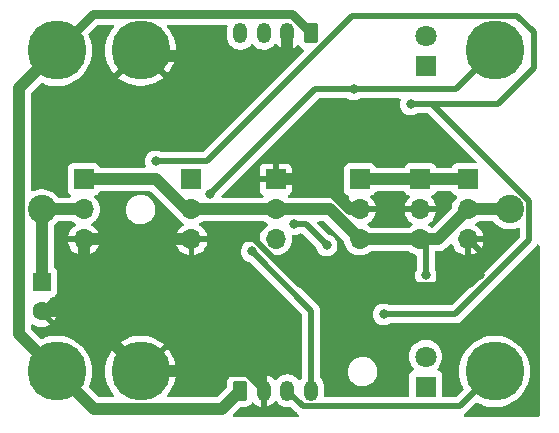
<source format=gtl>
G04 #@! TF.GenerationSoftware,KiCad,Pcbnew,7.0.10*
G04 #@! TF.CreationDate,2025-02-01T12:29:44+01:00*
G04 #@! TF.ProjectId,Multi Sensor Board,4d756c74-6920-4536-956e-736f7220426f,rev?*
G04 #@! TF.SameCoordinates,Original*
G04 #@! TF.FileFunction,Copper,L1,Top*
G04 #@! TF.FilePolarity,Positive*
%FSLAX46Y46*%
G04 Gerber Fmt 4.6, Leading zero omitted, Abs format (unit mm)*
G04 Created by KiCad (PCBNEW 7.0.10) date 2025-02-01 12:29:44*
%MOMM*%
%LPD*%
G01*
G04 APERTURE LIST*
G04 Aperture macros list*
%AMRoundRect*
0 Rectangle with rounded corners*
0 $1 Rounding radius*
0 $2 $3 $4 $5 $6 $7 $8 $9 X,Y pos of 4 corners*
0 Add a 4 corners polygon primitive as box body*
4,1,4,$2,$3,$4,$5,$6,$7,$8,$9,$2,$3,0*
0 Add four circle primitives for the rounded corners*
1,1,$1+$1,$2,$3*
1,1,$1+$1,$4,$5*
1,1,$1+$1,$6,$7*
1,1,$1+$1,$8,$9*
0 Add four rect primitives between the rounded corners*
20,1,$1+$1,$2,$3,$4,$5,0*
20,1,$1+$1,$4,$5,$6,$7,0*
20,1,$1+$1,$6,$7,$8,$9,0*
20,1,$1+$1,$8,$9,$2,$3,0*%
G04 Aperture macros list end*
G04 #@! TA.AperFunction,ComponentPad*
%ADD10C,5.000000*%
G04 #@! TD*
G04 #@! TA.AperFunction,ComponentPad*
%ADD11C,2.400000*%
G04 #@! TD*
G04 #@! TA.AperFunction,ComponentPad*
%ADD12R,1.700000X1.700000*%
G04 #@! TD*
G04 #@! TA.AperFunction,ComponentPad*
%ADD13O,1.700000X1.700000*%
G04 #@! TD*
G04 #@! TA.AperFunction,ComponentPad*
%ADD14RoundRect,0.250000X0.350000X0.625000X-0.350000X0.625000X-0.350000X-0.625000X0.350000X-0.625000X0*%
G04 #@! TD*
G04 #@! TA.AperFunction,ComponentPad*
%ADD15O,1.200000X1.750000*%
G04 #@! TD*
G04 #@! TA.AperFunction,ComponentPad*
%ADD16RoundRect,0.250000X-0.350000X-0.625000X0.350000X-0.625000X0.350000X0.625000X-0.350000X0.625000X0*%
G04 #@! TD*
G04 #@! TA.AperFunction,ComponentPad*
%ADD17R,1.800000X1.800000*%
G04 #@! TD*
G04 #@! TA.AperFunction,ComponentPad*
%ADD18C,1.800000*%
G04 #@! TD*
G04 #@! TA.AperFunction,ComponentPad*
%ADD19R,1.600000X1.600000*%
G04 #@! TD*
G04 #@! TA.AperFunction,ComponentPad*
%ADD20C,1.600000*%
G04 #@! TD*
G04 #@! TA.AperFunction,ViaPad*
%ADD21C,0.800000*%
G04 #@! TD*
G04 #@! TA.AperFunction,Conductor*
%ADD22C,0.500000*%
G04 #@! TD*
G04 #@! TA.AperFunction,Conductor*
%ADD23C,1.000000*%
G04 #@! TD*
G04 #@! TA.AperFunction,Conductor*
%ADD24C,0.750000*%
G04 #@! TD*
G04 APERTURE END LIST*
D10*
X161036000Y-83820000D03*
D11*
X162306000Y-97267000D03*
D12*
X142494000Y-94742000D03*
D13*
X142494000Y-97282000D03*
X142494000Y-99822000D03*
D12*
X149622000Y-94742000D03*
D13*
X149622000Y-97282000D03*
X149622000Y-99822000D03*
D12*
X135366000Y-94742000D03*
D13*
X135366000Y-97282000D03*
X135366000Y-99822000D03*
D11*
X122682000Y-97282000D03*
D10*
X131064000Y-110998000D03*
X131064000Y-83820000D03*
D12*
X158750000Y-94742000D03*
D13*
X158750000Y-97282000D03*
X158750000Y-99822000D03*
D10*
X123952000Y-83820000D03*
D14*
X145490475Y-82376000D03*
D15*
X143490475Y-82376000D03*
X141490475Y-82376000D03*
X139490475Y-82376000D03*
D12*
X154750000Y-94742000D03*
D13*
X154750000Y-97282000D03*
X154750000Y-99822000D03*
D10*
X123952000Y-110998000D03*
D16*
X139490475Y-112621129D03*
D15*
X141490475Y-112621129D03*
X143490475Y-112621129D03*
X145490475Y-112621129D03*
D12*
X126238000Y-94742000D03*
D13*
X126238000Y-97282000D03*
X126238000Y-99822000D03*
D17*
X155194000Y-85095000D03*
D18*
X155194000Y-82555000D03*
D17*
X155194000Y-112273000D03*
D18*
X155194000Y-109733000D03*
D10*
X161036000Y-110998000D03*
D19*
X122682000Y-103418000D03*
D20*
X122682000Y-105918000D03*
D21*
X159766000Y-102870000D03*
X132334000Y-93218000D03*
X151638000Y-106172000D03*
X153924000Y-88392000D03*
X155194000Y-102870000D03*
X144018000Y-98552000D03*
X146812000Y-100330000D03*
X136906000Y-96012000D03*
X149098000Y-87122000D03*
X140462000Y-100838000D03*
D22*
X144546082Y-103720000D02*
X158916000Y-103720000D01*
D23*
X126238000Y-99822000D02*
X126238000Y-103493370D01*
D22*
X158750000Y-99822000D02*
X159766000Y-100838000D01*
D23*
X143490475Y-82376000D02*
X143490475Y-83701000D01*
X140192776Y-110998000D02*
X141490475Y-112295699D01*
X146239056Y-94742000D02*
X142494000Y-94742000D01*
D22*
X159766000Y-100838000D02*
X159766000Y-102870000D01*
D23*
X135366000Y-99822000D02*
X126238000Y-99822000D01*
X143490475Y-83701000D02*
X142863475Y-84328000D01*
X131572000Y-84328000D02*
X131064000Y-83820000D01*
X125984000Y-105918000D02*
X131064000Y-110998000D01*
D22*
X140648082Y-99822000D02*
X144546082Y-103720000D01*
X158916000Y-103720000D02*
X159766000Y-102870000D01*
D23*
X123813370Y-105918000D02*
X122682000Y-105918000D01*
X148779056Y-97282000D02*
X146239056Y-94742000D01*
X126238000Y-103493370D02*
X123813370Y-105918000D01*
X141490475Y-112295699D02*
X141490475Y-112621129D01*
X142863475Y-84328000D02*
X131572000Y-84328000D01*
X131064000Y-110998000D02*
X140192776Y-110998000D01*
X149622000Y-97282000D02*
X148779056Y-97282000D01*
X122682000Y-105918000D02*
X125984000Y-105918000D01*
D22*
X135366000Y-99822000D02*
X140648082Y-99822000D01*
X162912000Y-80870000D02*
X149000000Y-80870000D01*
X163956000Y-96583547D02*
X163956000Y-99882082D01*
X149000000Y-80870000D02*
X136652000Y-93218000D01*
X155764453Y-88392000D02*
X163956000Y-96583547D01*
X153924000Y-88392000D02*
X155764453Y-88392000D01*
X164338000Y-85344000D02*
X164338000Y-82296000D01*
X161290000Y-88392000D02*
X164338000Y-85344000D01*
X157666082Y-106172000D02*
X151638000Y-106172000D01*
X153924000Y-88392000D02*
X161290000Y-88392000D01*
X136652000Y-93218000D02*
X132334000Y-93218000D01*
X164338000Y-82296000D02*
X162912000Y-80870000D01*
X163956000Y-99882082D02*
X157666082Y-106172000D01*
D23*
X147082000Y-97282000D02*
X149622000Y-99822000D01*
X156210000Y-99822000D02*
X158750000Y-97282000D01*
D22*
X155194000Y-100266000D02*
X154750000Y-99822000D01*
D23*
X149622000Y-99822000D02*
X154750000Y-99822000D01*
X142494000Y-97282000D02*
X147082000Y-97282000D01*
X158750000Y-97282000D02*
X162291000Y-97282000D01*
X132334000Y-94742000D02*
X126238000Y-94742000D01*
X162291000Y-97282000D02*
X162306000Y-97267000D01*
X154750000Y-99822000D02*
X156210000Y-99822000D01*
X135366000Y-97282000D02*
X142494000Y-97282000D01*
X135366000Y-97282000D02*
X134874000Y-97282000D01*
X134874000Y-97282000D02*
X132334000Y-94742000D01*
D22*
X155194000Y-102870000D02*
X155194000Y-100266000D01*
X158087871Y-113946129D02*
X161036000Y-110998000D01*
X143490475Y-112621129D02*
X144815475Y-113946129D01*
X144815475Y-113946129D02*
X158087871Y-113946129D01*
X145034000Y-98552000D02*
X144018000Y-98552000D01*
X146812000Y-100330000D02*
X145034000Y-98552000D01*
X145796000Y-87122000D02*
X149098000Y-87122000D01*
X136906000Y-96012000D02*
X145796000Y-87122000D01*
X149098000Y-87122000D02*
X157734000Y-87122000D01*
X145490475Y-105866475D02*
X140462000Y-100838000D01*
X145490475Y-105866475D02*
X145490475Y-112621129D01*
X157734000Y-87122000D02*
X161036000Y-83820000D01*
D23*
X123952000Y-110998000D02*
X120782000Y-107828000D01*
D24*
X123952000Y-83820000D02*
X127027000Y-80745000D01*
X143859475Y-80745000D02*
X145490475Y-82376000D01*
D23*
X137913604Y-114198000D02*
X127152000Y-114198000D01*
X139490475Y-112621129D02*
X137913604Y-114198000D01*
X120782000Y-107828000D02*
X120782000Y-86990000D01*
D24*
X127027000Y-80745000D02*
X143859475Y-80745000D01*
D23*
X127152000Y-114198000D02*
X123952000Y-110998000D01*
X120782000Y-86990000D02*
X123952000Y-83820000D01*
X122682000Y-97282000D02*
X126238000Y-97282000D01*
X122682000Y-103418000D02*
X122682000Y-97282000D01*
X149622000Y-94742000D02*
X158750000Y-94742000D01*
G04 #@! TA.AperFunction,Conductor*
G36*
X141309527Y-112955492D02*
G01*
X141427899Y-112996129D01*
X141521548Y-112996129D01*
X141613921Y-112980715D01*
X141723989Y-112921148D01*
X141740475Y-112903239D01*
X141740475Y-113967386D01*
X141851884Y-113940358D01*
X142042982Y-113853088D01*
X142214094Y-113731239D01*
X142214100Y-113731233D01*
X142359069Y-113579194D01*
X142381112Y-113544894D01*
X142433915Y-113499138D01*
X142503073Y-113489194D01*
X142566629Y-113518218D01*
X142582898Y-113535280D01*
X142684564Y-113664558D01*
X142684568Y-113664562D01*
X142844552Y-113803190D01*
X142844563Y-113803198D01*
X142917243Y-113845159D01*
X143027893Y-113909042D01*
X143227948Y-113978282D01*
X143437491Y-114008410D01*
X143648949Y-113998337D01*
X143698812Y-113986240D01*
X143768602Y-113989563D01*
X143815728Y-114019063D01*
X144233668Y-114437002D01*
X144245444Y-114450627D01*
X144260006Y-114470187D01*
X144260007Y-114470188D01*
X144260008Y-114470189D01*
X144298418Y-114502420D01*
X144306392Y-114509727D01*
X144310366Y-114513701D01*
X144310370Y-114513704D01*
X144310375Y-114513709D01*
X144335001Y-114533180D01*
X144337680Y-114535363D01*
X144395835Y-114584161D01*
X144395836Y-114584161D01*
X144395838Y-114584163D01*
X144401871Y-114588131D01*
X144401845Y-114588170D01*
X144408402Y-114592347D01*
X144408428Y-114592307D01*
X144414570Y-114596096D01*
X144418821Y-114598078D01*
X144471261Y-114644250D01*
X144490414Y-114711443D01*
X144470199Y-114778324D01*
X144417035Y-114823660D01*
X144366418Y-114834461D01*
X139002739Y-114834461D01*
X138935700Y-114814776D01*
X138889945Y-114761972D01*
X138880001Y-114692814D01*
X138909026Y-114629258D01*
X138915058Y-114622780D01*
X139496890Y-114040947D01*
X139558213Y-114007462D01*
X139584571Y-114004628D01*
X139891012Y-114004628D01*
X139891019Y-114004628D01*
X139994901Y-113994016D01*
X140163213Y-113938244D01*
X140314127Y-113845159D01*
X140439505Y-113719781D01*
X140477837Y-113657634D01*
X140529784Y-113610911D01*
X140598746Y-113599688D01*
X140662828Y-113627531D01*
X140680844Y-113646078D01*
X140690746Y-113658669D01*
X140849505Y-113796234D01*
X140849516Y-113796243D01*
X141031435Y-113901273D01*
X141031442Y-113901276D01*
X141229962Y-113969985D01*
X141240475Y-113971496D01*
X141240475Y-112901746D01*
X141309527Y-112955492D01*
G37*
G04 #@! TD.AperFunction*
G04 #@! TA.AperFunction,Conductor*
G36*
X146679943Y-98310185D02*
G01*
X146700585Y-98326819D01*
X148232401Y-99858635D01*
X148265886Y-99919958D01*
X148268296Y-99936076D01*
X148277434Y-100046359D01*
X148277436Y-100046371D01*
X148332703Y-100264614D01*
X148423140Y-100470792D01*
X148546276Y-100659265D01*
X148546284Y-100659276D01*
X148698756Y-100824902D01*
X148698761Y-100824907D01*
X148712217Y-100835380D01*
X148876424Y-100963189D01*
X148876425Y-100963189D01*
X148876427Y-100963191D01*
X148936314Y-100995600D01*
X149074426Y-101070342D01*
X149287365Y-101143444D01*
X149509431Y-101180500D01*
X149734569Y-101180500D01*
X149956635Y-101143444D01*
X150169574Y-101070342D01*
X150367576Y-100963189D01*
X150421723Y-100921043D01*
X150504461Y-100856647D01*
X150569455Y-100831004D01*
X150580623Y-100830500D01*
X153791377Y-100830500D01*
X153858416Y-100850185D01*
X153867539Y-100856647D01*
X153993260Y-100954500D01*
X154004424Y-100963189D01*
X154004426Y-100963190D01*
X154004429Y-100963192D01*
X154064314Y-100995600D01*
X154202426Y-101070342D01*
X154275514Y-101095433D01*
X154351762Y-101121609D01*
X154408778Y-101161994D01*
X154434909Y-101226794D01*
X154435500Y-101238890D01*
X154435500Y-102333535D01*
X154418888Y-102395534D01*
X154359472Y-102498446D01*
X154359470Y-102498450D01*
X154300459Y-102680068D01*
X154300458Y-102680072D01*
X154280496Y-102870000D01*
X154300458Y-103059928D01*
X154300459Y-103059931D01*
X154359470Y-103241549D01*
X154359473Y-103241556D01*
X154454960Y-103406944D01*
X154582747Y-103548866D01*
X154737248Y-103661118D01*
X154911712Y-103738794D01*
X155098513Y-103778500D01*
X155289487Y-103778500D01*
X155476288Y-103738794D01*
X155650752Y-103661118D01*
X155805253Y-103548866D01*
X155933040Y-103406944D01*
X156028527Y-103241556D01*
X156087542Y-103059928D01*
X156107504Y-102870000D01*
X156087542Y-102680072D01*
X156028527Y-102498444D01*
X155969111Y-102395533D01*
X155952500Y-102333535D01*
X155952500Y-100954500D01*
X155972185Y-100887461D01*
X156024989Y-100841706D01*
X156076500Y-100830500D01*
X156154358Y-100830500D01*
X156166511Y-100831097D01*
X156169812Y-100831422D01*
X156210000Y-100835380D01*
X156407701Y-100815909D01*
X156597804Y-100758241D01*
X156773004Y-100664595D01*
X156926568Y-100538568D01*
X156954299Y-100504776D01*
X156962452Y-100495780D01*
X157260496Y-100197736D01*
X157321817Y-100164253D01*
X157391509Y-100169237D01*
X157447442Y-100211109D01*
X157467950Y-100253325D01*
X157476567Y-100285486D01*
X157476570Y-100285492D01*
X157576399Y-100499578D01*
X157711894Y-100693082D01*
X157878917Y-100860105D01*
X158072421Y-100995600D01*
X158286507Y-101095429D01*
X158286516Y-101095433D01*
X158500000Y-101152634D01*
X158500000Y-100257501D01*
X158607685Y-100306680D01*
X158714237Y-100322000D01*
X158785763Y-100322000D01*
X158892315Y-100306680D01*
X159000000Y-100257501D01*
X159000000Y-101152633D01*
X159213483Y-101095433D01*
X159213492Y-101095429D01*
X159427578Y-100995600D01*
X159621082Y-100860105D01*
X159788105Y-100693082D01*
X159923600Y-100499578D01*
X160023429Y-100285492D01*
X160023432Y-100285486D01*
X160080636Y-100072000D01*
X159183686Y-100072000D01*
X159209493Y-100031844D01*
X159250000Y-99893889D01*
X159250000Y-99750111D01*
X159209493Y-99612156D01*
X159183686Y-99572000D01*
X160080636Y-99572000D01*
X160080635Y-99571999D01*
X160023432Y-99358513D01*
X160023429Y-99358507D01*
X159923600Y-99144422D01*
X159923599Y-99144420D01*
X159788113Y-98950926D01*
X159788108Y-98950920D01*
X159621082Y-98783894D01*
X159440197Y-98657236D01*
X159396572Y-98602659D01*
X159389380Y-98533160D01*
X159420902Y-98470806D01*
X159452300Y-98446608D01*
X159495576Y-98423189D01*
X159549723Y-98381043D01*
X159632461Y-98316647D01*
X159697455Y-98291004D01*
X159708623Y-98290500D01*
X160877246Y-98290500D01*
X160944285Y-98310185D01*
X160974193Y-98337188D01*
X161050069Y-98432334D01*
X161050070Y-98432335D01*
X161114552Y-98492165D01*
X161237781Y-98606505D01*
X161449355Y-98750754D01*
X161449360Y-98750756D01*
X161449361Y-98750757D01*
X161449362Y-98750758D01*
X161538772Y-98793815D01*
X161680061Y-98861856D01*
X161680062Y-98861856D01*
X161680065Y-98861858D01*
X161924757Y-98937335D01*
X161924758Y-98937335D01*
X161924761Y-98937336D01*
X162177958Y-98975499D01*
X162177963Y-98975499D01*
X162177966Y-98975500D01*
X162177967Y-98975500D01*
X162434033Y-98975500D01*
X162434034Y-98975500D01*
X162434041Y-98975499D01*
X162687238Y-98937336D01*
X162687239Y-98937335D01*
X162687243Y-98937335D01*
X162931935Y-98861858D01*
X163019700Y-98819592D01*
X163088640Y-98808241D01*
X163152774Y-98835963D01*
X163191740Y-98893958D01*
X163197500Y-98931313D01*
X163197500Y-99516539D01*
X163177815Y-99583578D01*
X163161181Y-99604220D01*
X157388220Y-105377181D01*
X157326897Y-105410666D01*
X157300539Y-105413500D01*
X152179937Y-105413500D01*
X152112898Y-105393815D01*
X152107051Y-105389818D01*
X152094750Y-105380880D01*
X151960326Y-105321032D01*
X151920288Y-105303206D01*
X151920286Y-105303205D01*
X151733487Y-105263500D01*
X151542513Y-105263500D01*
X151355714Y-105303205D01*
X151355712Y-105303206D01*
X151181253Y-105380880D01*
X151181246Y-105380883D01*
X151026745Y-105493135D01*
X150898959Y-105635057D01*
X150803473Y-105800443D01*
X150803470Y-105800450D01*
X150761127Y-105930769D01*
X150744458Y-105982072D01*
X150724496Y-106172000D01*
X150744458Y-106361928D01*
X150744459Y-106361931D01*
X150803470Y-106543549D01*
X150803473Y-106543556D01*
X150898960Y-106708944D01*
X151026747Y-106850866D01*
X151181248Y-106963118D01*
X151355712Y-107040794D01*
X151542513Y-107080500D01*
X151733487Y-107080500D01*
X151920288Y-107040794D01*
X152094752Y-106963118D01*
X152107051Y-106954181D01*
X152172858Y-106930702D01*
X152179937Y-106930500D01*
X157601788Y-106930500D01*
X157619758Y-106931809D01*
X157622256Y-106932174D01*
X157643871Y-106935341D01*
X157693809Y-106930971D01*
X157704616Y-106930500D01*
X157710257Y-106930500D01*
X157710262Y-106930500D01*
X157741452Y-106926853D01*
X157744933Y-106926498D01*
X157795904Y-106922039D01*
X157820500Y-106919888D01*
X157820502Y-106919887D01*
X157820508Y-106919887D01*
X157820513Y-106919885D01*
X157827575Y-106918427D01*
X157827584Y-106918474D01*
X157835179Y-106916790D01*
X157835169Y-106916744D01*
X157842190Y-106915079D01*
X157842195Y-106915079D01*
X157913496Y-106889126D01*
X157916790Y-106887981D01*
X157988820Y-106864114D01*
X157988826Y-106864110D01*
X157995366Y-106861061D01*
X157995387Y-106861106D01*
X158002384Y-106857719D01*
X158002362Y-106857675D01*
X158008810Y-106854436D01*
X158008814Y-106854435D01*
X158072185Y-106812753D01*
X158075192Y-106810837D01*
X158139733Y-106771030D01*
X158139738Y-106771024D01*
X158145401Y-106766548D01*
X158145432Y-106766587D01*
X158151456Y-106761680D01*
X158151424Y-106761642D01*
X158156946Y-106757006D01*
X158156956Y-106757001D01*
X158209044Y-106701789D01*
X158211491Y-106699270D01*
X164446880Y-100463881D01*
X164460506Y-100452105D01*
X164480058Y-100437551D01*
X164480060Y-100437549D01*
X164512274Y-100399157D01*
X164519590Y-100391172D01*
X164523580Y-100387183D01*
X164543043Y-100362567D01*
X164545245Y-100359863D01*
X164594032Y-100301722D01*
X164594033Y-100301718D01*
X164594036Y-100301716D01*
X164598003Y-100295685D01*
X164598044Y-100295712D01*
X164602218Y-100289160D01*
X164602175Y-100289134D01*
X164604925Y-100284676D01*
X164605275Y-100284360D01*
X164606917Y-100281784D01*
X164610461Y-100277304D01*
X164611876Y-100278423D01*
X164656875Y-100237954D01*
X164725838Y-100226735D01*
X164789919Y-100254581D01*
X164828773Y-100312652D01*
X164834461Y-100349778D01*
X164834461Y-114710461D01*
X164814776Y-114777500D01*
X164761972Y-114823255D01*
X164710461Y-114834461D01*
X158531739Y-114834461D01*
X158464700Y-114814776D01*
X158418945Y-114761972D01*
X158409001Y-114692814D01*
X158438026Y-114629258D01*
X158463598Y-114606862D01*
X158476953Y-114598078D01*
X158493974Y-114586882D01*
X158496981Y-114584966D01*
X158561522Y-114545159D01*
X158561527Y-114545153D01*
X158567190Y-114540677D01*
X158567221Y-114540716D01*
X158573245Y-114535809D01*
X158573213Y-114535771D01*
X158578735Y-114531135D01*
X158578745Y-114531130D01*
X158630833Y-114475918D01*
X158633280Y-114473399D01*
X159445667Y-113661012D01*
X159506988Y-113627529D01*
X159576680Y-113632513D01*
X159588997Y-113637885D01*
X159799466Y-113743586D01*
X159842374Y-113765135D01*
X160171690Y-113884996D01*
X160171696Y-113884997D01*
X160171698Y-113884998D01*
X160512678Y-113965813D01*
X160512685Y-113965814D01*
X160512694Y-113965816D01*
X160860775Y-114006500D01*
X160860782Y-114006500D01*
X161211218Y-114006500D01*
X161211225Y-114006500D01*
X161559306Y-113965816D01*
X161559315Y-113965813D01*
X161559321Y-113965813D01*
X161834371Y-113900623D01*
X161900310Y-113884996D01*
X162229626Y-113765135D01*
X162542800Y-113607853D01*
X162835597Y-113415278D01*
X163104057Y-113190012D01*
X163344551Y-112935104D01*
X163553825Y-112654000D01*
X163729050Y-112350501D01*
X163867857Y-112028712D01*
X163968367Y-111692984D01*
X163968717Y-111691002D01*
X164029220Y-111347868D01*
X164029219Y-111347868D01*
X164029222Y-111347857D01*
X164049599Y-110998000D01*
X164029222Y-110648143D01*
X164022526Y-110610168D01*
X163968369Y-110303024D01*
X163968367Y-110303017D01*
X163942163Y-110215488D01*
X163867857Y-109967288D01*
X163729050Y-109645499D01*
X163553825Y-109342000D01*
X163553824Y-109341998D01*
X163344554Y-109060899D01*
X163344549Y-109060893D01*
X163164540Y-108870096D01*
X163104057Y-108805988D01*
X163104050Y-108805982D01*
X163104048Y-108805980D01*
X162835600Y-108580724D01*
X162788591Y-108549806D01*
X162542800Y-108388147D01*
X162492569Y-108362920D01*
X162229633Y-108230868D01*
X162229627Y-108230865D01*
X161900322Y-108111008D01*
X161900301Y-108111001D01*
X161559321Y-108030186D01*
X161559306Y-108030184D01*
X161211225Y-107989500D01*
X160860775Y-107989500D01*
X160556204Y-108025098D01*
X160512693Y-108030184D01*
X160512678Y-108030186D01*
X160171698Y-108111001D01*
X160171677Y-108111008D01*
X159842372Y-108230865D01*
X159842366Y-108230868D01*
X159529203Y-108388145D01*
X159236399Y-108580724D01*
X158967951Y-108805980D01*
X158967941Y-108805990D01*
X158727450Y-109060893D01*
X158727445Y-109060899D01*
X158518175Y-109341998D01*
X158342952Y-109645494D01*
X158342946Y-109645507D01*
X158204143Y-109967286D01*
X158103632Y-110303017D01*
X158103630Y-110303024D01*
X158042779Y-110648131D01*
X158042778Y-110648142D01*
X158022401Y-110997996D01*
X158022401Y-110998003D01*
X158042778Y-111347857D01*
X158042779Y-111347868D01*
X158103630Y-111692975D01*
X158103632Y-111692982D01*
X158204143Y-112028713D01*
X158342946Y-112350492D01*
X158342952Y-112350505D01*
X158393422Y-112437921D01*
X158409895Y-112505821D01*
X158387042Y-112571848D01*
X158373716Y-112587602D01*
X157810009Y-113151310D01*
X157748686Y-113184795D01*
X157722328Y-113187629D01*
X156726500Y-113187629D01*
X156659461Y-113167944D01*
X156613706Y-113115140D01*
X156602500Y-113063629D01*
X156602500Y-111324362D01*
X156602499Y-111324345D01*
X156597450Y-111277390D01*
X156595989Y-111263799D01*
X156590186Y-111248242D01*
X156573522Y-111203564D01*
X156544889Y-111126796D01*
X156457261Y-111009739D01*
X156340204Y-110922111D01*
X156270037Y-110895939D01*
X156214104Y-110854067D01*
X156189688Y-110788602D01*
X156204541Y-110720329D01*
X156222138Y-110695780D01*
X156309314Y-110601083D01*
X156436984Y-110405669D01*
X156530749Y-110191907D01*
X156588051Y-109965626D01*
X156603214Y-109782642D01*
X156607327Y-109733005D01*
X156607327Y-109732994D01*
X156588051Y-109500377D01*
X156588051Y-109500374D01*
X156530749Y-109274093D01*
X156436984Y-109060331D01*
X156309314Y-108864917D01*
X156309313Y-108864915D01*
X156151223Y-108693185D01*
X156151222Y-108693184D01*
X156151220Y-108693182D01*
X155967017Y-108549810D01*
X155967015Y-108549809D01*
X155967014Y-108549808D01*
X155967011Y-108549806D01*
X155761733Y-108438716D01*
X155761730Y-108438715D01*
X155761727Y-108438713D01*
X155761721Y-108438711D01*
X155761719Y-108438710D01*
X155540954Y-108362920D01*
X155368271Y-108334105D01*
X155310712Y-108324500D01*
X155077288Y-108324500D01*
X155031240Y-108332184D01*
X154847045Y-108362920D01*
X154626280Y-108438710D01*
X154626266Y-108438716D01*
X154420988Y-108549806D01*
X154420985Y-108549808D01*
X154236781Y-108693181D01*
X154236776Y-108693185D01*
X154078686Y-108864915D01*
X153951015Y-109060331D01*
X153857251Y-109274092D01*
X153799948Y-109500377D01*
X153780673Y-109732994D01*
X153780673Y-109733005D01*
X153799948Y-109965622D01*
X153857251Y-110191907D01*
X153951015Y-110405668D01*
X154078686Y-110601084D01*
X154165856Y-110695775D01*
X154196779Y-110758429D01*
X154188919Y-110827855D01*
X154144772Y-110882011D01*
X154117963Y-110895939D01*
X154047794Y-110922111D01*
X153930739Y-111009739D01*
X153843111Y-111126795D01*
X153792011Y-111263795D01*
X153792011Y-111263797D01*
X153785500Y-111324345D01*
X153785500Y-113063629D01*
X153765815Y-113130668D01*
X153713011Y-113176423D01*
X153661500Y-113187629D01*
X146713375Y-113187629D01*
X146646336Y-113167944D01*
X146600581Y-113115140D01*
X146590637Y-113045982D01*
X146591616Y-113040162D01*
X146598975Y-113001978D01*
X146598975Y-112293331D01*
X146598718Y-112290638D01*
X146583894Y-112135390D01*
X146524252Y-111932267D01*
X146427246Y-111744103D01*
X146296383Y-111577697D01*
X146291769Y-111573699D01*
X146253997Y-111514920D01*
X146248975Y-111479989D01*
X146248975Y-111054330D01*
X148605710Y-111054330D01*
X148635925Y-111277387D01*
X148635926Y-111277390D01*
X148705483Y-111491465D01*
X148812146Y-111689678D01*
X148812148Y-111689681D01*
X148952489Y-111865663D01*
X148952491Y-111865664D01*
X148952492Y-111865666D01*
X149122004Y-112013765D01*
X149315236Y-112129215D01*
X149524689Y-112207824D01*
X149525976Y-112208307D01*
X149747450Y-112248500D01*
X149747453Y-112248500D01*
X149916148Y-112248500D01*
X149916155Y-112248500D01*
X150084188Y-112233377D01*
X150156728Y-112213357D01*
X150301160Y-112173496D01*
X150301162Y-112173495D01*
X150301170Y-112173493D01*
X150503973Y-112075829D01*
X150686078Y-111943522D01*
X150841632Y-111780825D01*
X150965635Y-111592968D01*
X150972164Y-111577694D01*
X151054100Y-111385995D01*
X151054099Y-111385995D01*
X151054103Y-111385988D01*
X151104191Y-111166537D01*
X151114290Y-110941670D01*
X151084075Y-110718613D01*
X151014517Y-110504536D01*
X150907852Y-110306319D01*
X150767508Y-110130334D01*
X150597996Y-109982235D01*
X150404764Y-109866785D01*
X150286775Y-109822503D01*
X150194023Y-109787692D01*
X149972550Y-109747500D01*
X149972547Y-109747500D01*
X149803845Y-109747500D01*
X149765399Y-109750960D01*
X149635813Y-109762622D01*
X149635807Y-109762623D01*
X149418839Y-109822503D01*
X149418826Y-109822508D01*
X149216033Y-109920167D01*
X149216025Y-109920171D01*
X149033927Y-110052473D01*
X149033925Y-110052474D01*
X148878366Y-110215176D01*
X148754363Y-110403033D01*
X148665899Y-110610004D01*
X148665895Y-110610017D01*
X148615810Y-110829457D01*
X148615808Y-110829468D01*
X148605711Y-111054308D01*
X148605710Y-111054330D01*
X146248975Y-111054330D01*
X146248975Y-105930769D01*
X146250284Y-105912799D01*
X146253816Y-105888683D01*
X146249447Y-105838750D01*
X146248975Y-105827941D01*
X146248975Y-105822299D01*
X146248974Y-105822290D01*
X146246420Y-105800444D01*
X146245337Y-105791175D01*
X146244970Y-105787583D01*
X146238362Y-105712051D01*
X146236902Y-105704978D01*
X146236948Y-105704968D01*
X146235265Y-105697377D01*
X146235219Y-105697389D01*
X146233554Y-105690368D01*
X146233554Y-105690362D01*
X146207595Y-105619041D01*
X146206456Y-105615765D01*
X146182589Y-105543737D01*
X146182586Y-105543732D01*
X146179536Y-105537190D01*
X146179580Y-105537169D01*
X146176192Y-105530170D01*
X146176149Y-105530192D01*
X146172912Y-105523746D01*
X146152778Y-105493135D01*
X146131192Y-105460315D01*
X146129309Y-105457358D01*
X146100510Y-105410666D01*
X146089506Y-105392825D01*
X146085028Y-105387162D01*
X146085065Y-105387131D01*
X146080156Y-105381104D01*
X146080120Y-105381135D01*
X146075477Y-105375602D01*
X146020300Y-105323545D01*
X146017713Y-105321032D01*
X142049882Y-101353201D01*
X142016397Y-101291878D01*
X142021381Y-101222186D01*
X142063253Y-101166253D01*
X142128717Y-101141836D01*
X142157973Y-101143211D01*
X142159360Y-101143442D01*
X142159365Y-101143444D01*
X142381431Y-101180500D01*
X142381432Y-101180500D01*
X142606569Y-101180500D01*
X142828635Y-101143444D01*
X143041574Y-101070342D01*
X143239576Y-100963189D01*
X143417240Y-100824906D01*
X143530793Y-100701556D01*
X143569715Y-100659276D01*
X143569716Y-100659274D01*
X143569722Y-100659268D01*
X143692860Y-100470791D01*
X143783296Y-100264616D01*
X143838564Y-100046368D01*
X143845756Y-99959575D01*
X143857156Y-99822005D01*
X143857156Y-99821994D01*
X143838325Y-99594740D01*
X143852406Y-99526304D01*
X143901251Y-99476345D01*
X143961901Y-99460500D01*
X144113487Y-99460500D01*
X144300288Y-99420794D01*
X144474752Y-99343118D01*
X144487051Y-99334181D01*
X144552858Y-99310702D01*
X144559937Y-99310500D01*
X144668457Y-99310500D01*
X144735496Y-99330185D01*
X144756138Y-99346819D01*
X145892213Y-100482894D01*
X145922463Y-100532256D01*
X145977471Y-100701552D01*
X145977473Y-100701556D01*
X146072960Y-100866944D01*
X146200747Y-101008866D01*
X146355248Y-101121118D01*
X146529712Y-101198794D01*
X146716513Y-101238500D01*
X146907487Y-101238500D01*
X147094288Y-101198794D01*
X147268752Y-101121118D01*
X147423253Y-101008866D01*
X147551040Y-100866944D01*
X147646527Y-100701556D01*
X147705542Y-100519928D01*
X147725504Y-100330000D01*
X147705542Y-100140072D01*
X147650023Y-99969205D01*
X147646529Y-99958450D01*
X147646528Y-99958449D01*
X147646527Y-99958444D01*
X147551040Y-99793056D01*
X147423253Y-99651134D01*
X147314335Y-99572000D01*
X147268755Y-99538884D01*
X147268754Y-99538883D01*
X147268752Y-99538882D01*
X147094288Y-99461206D01*
X147094286Y-99461205D01*
X147030648Y-99447678D01*
X146969167Y-99414484D01*
X146968750Y-99414069D01*
X146056862Y-98502181D01*
X146023377Y-98440858D01*
X146028361Y-98371166D01*
X146070233Y-98315233D01*
X146135697Y-98290816D01*
X146144543Y-98290500D01*
X146612904Y-98290500D01*
X146679943Y-98310185D01*
G37*
G04 #@! TD.AperFunction*
G04 #@! TA.AperFunction,Conductor*
G36*
X131931943Y-95770185D02*
G01*
X131952585Y-95786819D01*
X134121534Y-97955768D01*
X134129707Y-97964785D01*
X134157431Y-97998568D01*
X134212006Y-98043356D01*
X134259107Y-98082010D01*
X134284246Y-98110036D01*
X134290278Y-98119268D01*
X134290280Y-98119270D01*
X134290284Y-98119276D01*
X134442756Y-98284902D01*
X134442761Y-98284907D01*
X134459278Y-98297763D01*
X134620424Y-98423189D01*
X134653074Y-98440858D01*
X134663695Y-98446606D01*
X134713286Y-98495825D01*
X134728394Y-98564042D01*
X134704224Y-98629597D01*
X134675802Y-98657236D01*
X134494922Y-98783890D01*
X134494920Y-98783891D01*
X134327891Y-98950920D01*
X134327886Y-98950926D01*
X134192400Y-99144420D01*
X134192399Y-99144422D01*
X134092570Y-99358507D01*
X134092567Y-99358513D01*
X134035364Y-99571999D01*
X134035364Y-99572000D01*
X134932314Y-99572000D01*
X134906507Y-99612156D01*
X134866000Y-99750111D01*
X134866000Y-99893889D01*
X134906507Y-100031844D01*
X134932314Y-100072000D01*
X134035364Y-100072000D01*
X134092567Y-100285486D01*
X134092570Y-100285492D01*
X134192399Y-100499578D01*
X134327894Y-100693082D01*
X134494917Y-100860105D01*
X134688421Y-100995600D01*
X134902507Y-101095429D01*
X134902516Y-101095433D01*
X135116000Y-101152634D01*
X135116000Y-100257501D01*
X135223685Y-100306680D01*
X135330237Y-100322000D01*
X135401763Y-100322000D01*
X135508315Y-100306680D01*
X135616000Y-100257501D01*
X135616000Y-101152633D01*
X135829483Y-101095433D01*
X135829492Y-101095429D01*
X136043578Y-100995600D01*
X136237082Y-100860105D01*
X136404105Y-100693082D01*
X136539600Y-100499578D01*
X136639429Y-100285492D01*
X136639432Y-100285486D01*
X136696636Y-100072000D01*
X135799686Y-100072000D01*
X135825493Y-100031844D01*
X135866000Y-99893889D01*
X135866000Y-99750111D01*
X135825493Y-99612156D01*
X135799686Y-99572000D01*
X136696636Y-99572000D01*
X136696635Y-99571999D01*
X136639432Y-99358513D01*
X136639429Y-99358507D01*
X136539600Y-99144422D01*
X136539599Y-99144420D01*
X136404113Y-98950926D01*
X136404108Y-98950920D01*
X136237082Y-98783894D01*
X136056197Y-98657236D01*
X136012572Y-98602659D01*
X136005380Y-98533160D01*
X136036902Y-98470806D01*
X136068300Y-98446608D01*
X136111576Y-98423189D01*
X136165723Y-98381043D01*
X136248461Y-98316647D01*
X136313455Y-98291004D01*
X136324623Y-98290500D01*
X141535377Y-98290500D01*
X141602416Y-98310185D01*
X141611539Y-98316647D01*
X141748420Y-98423186D01*
X141748433Y-98423195D01*
X141784930Y-98442946D01*
X141834520Y-98492165D01*
X141849628Y-98560382D01*
X141825457Y-98625937D01*
X141784930Y-98661054D01*
X141748431Y-98680806D01*
X141748422Y-98680812D01*
X141570761Y-98819092D01*
X141570756Y-98819097D01*
X141418284Y-98984723D01*
X141418276Y-98984734D01*
X141295140Y-99173207D01*
X141204703Y-99379385D01*
X141149436Y-99597628D01*
X141149434Y-99597640D01*
X141133242Y-99793056D01*
X141130844Y-99822000D01*
X141133880Y-99858635D01*
X141141925Y-99955731D01*
X141127843Y-100024167D01*
X141078997Y-100074126D01*
X141010896Y-100089746D01*
X140945463Y-100066288D01*
X140918756Y-100046884D01*
X140917604Y-100046371D01*
X140744288Y-99969206D01*
X140744286Y-99969205D01*
X140557487Y-99929500D01*
X140366513Y-99929500D01*
X140179714Y-99969205D01*
X140179712Y-99969206D01*
X140006403Y-100046368D01*
X140005246Y-100046883D01*
X139850745Y-100159135D01*
X139722959Y-100301057D01*
X139627473Y-100466443D01*
X139627470Y-100466450D01*
X139604039Y-100538565D01*
X139568458Y-100648072D01*
X139548496Y-100838000D01*
X139568458Y-101027928D01*
X139568459Y-101027931D01*
X139627470Y-101209549D01*
X139627473Y-101209556D01*
X139722960Y-101374944D01*
X139850747Y-101516866D01*
X140005248Y-101629118D01*
X140179712Y-101706794D01*
X140179714Y-101706794D01*
X140179715Y-101706795D01*
X140243347Y-101720320D01*
X140304829Y-101753512D01*
X140305248Y-101753929D01*
X144695656Y-106144337D01*
X144729141Y-106205660D01*
X144731975Y-106232018D01*
X144731975Y-111485640D01*
X144712290Y-111552679D01*
X144697719Y-111571209D01*
X144615169Y-111657786D01*
X144594275Y-111690297D01*
X144541471Y-111736051D01*
X144472312Y-111745994D01*
X144408757Y-111716968D01*
X144392493Y-111699912D01*
X144296383Y-111577697D01*
X144296380Y-111577694D01*
X144136397Y-111439067D01*
X144136386Y-111439059D01*
X143953059Y-111333217D01*
X143953058Y-111333216D01*
X143953057Y-111333216D01*
X143839259Y-111293830D01*
X143753003Y-111263976D01*
X143700616Y-111256444D01*
X143543459Y-111233848D01*
X143543456Y-111233848D01*
X143513237Y-111235287D01*
X143332001Y-111243921D01*
X143249763Y-111263872D01*
X143126274Y-111293830D01*
X143126272Y-111293830D01*
X142933704Y-111381772D01*
X142933698Y-111381776D01*
X142761264Y-111504565D01*
X142761258Y-111504571D01*
X142615170Y-111657784D01*
X142589414Y-111697862D01*
X142536610Y-111743617D01*
X142467451Y-111753560D01*
X142403896Y-111724534D01*
X142387629Y-111707474D01*
X142290206Y-111583591D01*
X142290203Y-111583588D01*
X142131444Y-111446023D01*
X142131433Y-111446014D01*
X141949514Y-111340984D01*
X141949507Y-111340981D01*
X141750991Y-111272273D01*
X141740475Y-111270761D01*
X141740475Y-112340511D01*
X141671423Y-112286766D01*
X141553051Y-112246129D01*
X141459402Y-112246129D01*
X141367029Y-112261543D01*
X141256961Y-112321110D01*
X141240475Y-112339018D01*
X141240475Y-111274869D01*
X141240474Y-111274869D01*
X141129069Y-111301897D01*
X141129057Y-111301901D01*
X140937972Y-111389166D01*
X140937971Y-111389167D01*
X140766855Y-111511018D01*
X140766848Y-111511024D01*
X140674703Y-111607664D01*
X140614194Y-111642599D01*
X140544403Y-111639274D01*
X140487489Y-111598745D01*
X140479422Y-111587191D01*
X140439507Y-111522480D01*
X140439504Y-111522476D01*
X140314128Y-111397100D01*
X140314127Y-111397099D01*
X140163213Y-111304014D01*
X140082866Y-111277390D01*
X139994902Y-111248242D01*
X139891021Y-111237629D01*
X139089937Y-111237629D01*
X139089921Y-111237630D01*
X138986047Y-111248242D01*
X138817739Y-111304013D01*
X138817734Y-111304015D01*
X138666821Y-111397100D01*
X138541446Y-111522475D01*
X138448361Y-111673388D01*
X138448359Y-111673393D01*
X138392588Y-111841701D01*
X138381975Y-111945576D01*
X138381975Y-112252032D01*
X138362290Y-112319071D01*
X138345656Y-112339713D01*
X137532189Y-113153181D01*
X137470866Y-113186666D01*
X137444508Y-113189500D01*
X133408319Y-113189500D01*
X133341280Y-113169815D01*
X133295525Y-113117011D01*
X133285581Y-113047853D01*
X133314606Y-112984297D01*
X133318124Y-112980406D01*
X133366032Y-112929625D01*
X133574710Y-112649322D01*
X133749438Y-112346683D01*
X133749444Y-112346670D01*
X133887854Y-112025800D01*
X133988083Y-111691011D01*
X133988085Y-111691002D01*
X134048763Y-111346880D01*
X134048764Y-111346869D01*
X134069084Y-110998003D01*
X134069084Y-110997996D01*
X134048764Y-110649130D01*
X134048763Y-110649119D01*
X133988085Y-110304997D01*
X133988083Y-110304988D01*
X133887854Y-109970199D01*
X133749444Y-109649329D01*
X133749438Y-109649316D01*
X133574710Y-109346677D01*
X133366032Y-109066374D01*
X133357850Y-109057702D01*
X132110334Y-110305218D01*
X131971145Y-110130680D01*
X131801701Y-109982642D01*
X131754190Y-109954255D01*
X133001180Y-108707265D01*
X133001179Y-108707264D01*
X132858519Y-108587557D01*
X132566538Y-108395519D01*
X132254260Y-108238685D01*
X132254254Y-108238683D01*
X131925869Y-108119161D01*
X131925866Y-108119160D01*
X131585828Y-108038570D01*
X131238723Y-107998000D01*
X130889277Y-107998000D01*
X130542172Y-108038570D01*
X130542170Y-108038570D01*
X130202133Y-108119160D01*
X130202130Y-108119161D01*
X129873745Y-108238683D01*
X129873739Y-108238685D01*
X129561461Y-108395519D01*
X129269480Y-108587557D01*
X129126819Y-108707264D01*
X129126818Y-108707265D01*
X130373874Y-109954321D01*
X130238253Y-110052856D01*
X130082761Y-110215488D01*
X130021198Y-110308751D01*
X128770148Y-109057701D01*
X128770147Y-109057702D01*
X128761976Y-109066363D01*
X128761972Y-109066368D01*
X128553289Y-109346677D01*
X128378561Y-109649316D01*
X128378555Y-109649329D01*
X128240145Y-109970199D01*
X128139916Y-110304988D01*
X128139914Y-110304997D01*
X128079236Y-110649119D01*
X128079235Y-110649130D01*
X128058916Y-110997996D01*
X128058916Y-110998003D01*
X128079235Y-111346869D01*
X128079236Y-111346880D01*
X128139914Y-111691002D01*
X128139916Y-111691011D01*
X128240145Y-112025800D01*
X128378555Y-112346670D01*
X128378561Y-112346683D01*
X128553289Y-112649322D01*
X128761967Y-112929625D01*
X128809876Y-112980406D01*
X128841563Y-113042678D01*
X128834553Y-113112195D01*
X128791072Y-113166887D01*
X128724926Y-113189389D01*
X128719681Y-113189500D01*
X127621096Y-113189500D01*
X127554057Y-113169815D01*
X127533415Y-113153181D01*
X126730386Y-112350152D01*
X126696901Y-112288829D01*
X126701885Y-112219137D01*
X126704208Y-112213357D01*
X126706595Y-112207824D01*
X126783857Y-112028712D01*
X126884367Y-111692984D01*
X126884717Y-111691002D01*
X126945220Y-111347868D01*
X126945219Y-111347868D01*
X126945222Y-111347857D01*
X126965599Y-110998000D01*
X126945222Y-110648143D01*
X126938526Y-110610168D01*
X126884369Y-110303024D01*
X126884367Y-110303017D01*
X126858163Y-110215488D01*
X126783857Y-109967288D01*
X126645050Y-109645499D01*
X126469825Y-109342000D01*
X126469824Y-109341998D01*
X126260554Y-109060899D01*
X126260549Y-109060893D01*
X126080540Y-108870096D01*
X126020057Y-108805988D01*
X126020050Y-108805982D01*
X126020048Y-108805980D01*
X125751600Y-108580724D01*
X125704591Y-108549806D01*
X125458800Y-108388147D01*
X125408569Y-108362920D01*
X125145633Y-108230868D01*
X125145627Y-108230865D01*
X124816322Y-108111008D01*
X124816301Y-108111001D01*
X124475321Y-108030186D01*
X124475306Y-108030184D01*
X124127225Y-107989500D01*
X123776775Y-107989500D01*
X123472204Y-108025098D01*
X123428693Y-108030184D01*
X123428678Y-108030186D01*
X123087698Y-108111001D01*
X123087677Y-108111008D01*
X122758376Y-108230863D01*
X122758375Y-108230864D01*
X122740349Y-108239917D01*
X122671606Y-108252412D01*
X122607020Y-108225757D01*
X122597020Y-108216786D01*
X121826819Y-107446585D01*
X121793334Y-107385262D01*
X121790500Y-107358904D01*
X121790500Y-107118974D01*
X121810185Y-107051935D01*
X121862989Y-107006180D01*
X121932147Y-106996236D01*
X121985624Y-107017400D01*
X122029510Y-107048129D01*
X122029516Y-107048133D01*
X122235673Y-107144265D01*
X122235682Y-107144269D01*
X122455389Y-107203139D01*
X122455400Y-107203141D01*
X122681998Y-107222966D01*
X122682002Y-107222966D01*
X122908599Y-107203141D01*
X122908610Y-107203139D01*
X123128317Y-107144269D01*
X123128331Y-107144264D01*
X123334478Y-107048136D01*
X123407471Y-106997024D01*
X122726400Y-106315953D01*
X122807148Y-106303165D01*
X122920045Y-106245641D01*
X123009641Y-106156045D01*
X123067165Y-106043148D01*
X123079953Y-105962400D01*
X123761024Y-106643471D01*
X123812136Y-106570478D01*
X123908264Y-106364331D01*
X123908269Y-106364317D01*
X123967139Y-106144610D01*
X123967141Y-106144599D01*
X123986966Y-105918002D01*
X123986966Y-105917997D01*
X123967141Y-105691400D01*
X123967139Y-105691389D01*
X123908269Y-105471682D01*
X123908264Y-105471668D01*
X123812136Y-105265521D01*
X123812132Y-105265513D01*
X123761025Y-105192526D01*
X123079953Y-105873598D01*
X123067165Y-105792852D01*
X123009641Y-105679955D01*
X122920045Y-105590359D01*
X122807148Y-105532835D01*
X122726400Y-105520046D01*
X123415534Y-104830912D01*
X123423192Y-104792808D01*
X123471807Y-104742625D01*
X123527399Y-104727964D01*
X123527346Y-104726959D01*
X123527335Y-104726856D01*
X123527340Y-104726855D01*
X123527331Y-104726677D01*
X123530635Y-104726500D01*
X123530638Y-104726500D01*
X123530640Y-104726499D01*
X123530654Y-104726499D01*
X123557692Y-104723591D01*
X123591201Y-104719989D01*
X123728204Y-104668889D01*
X123845261Y-104581261D01*
X123932889Y-104464204D01*
X123983989Y-104327201D01*
X123987591Y-104293692D01*
X123990499Y-104266654D01*
X123990500Y-104266637D01*
X123990500Y-102569362D01*
X123990499Y-102569345D01*
X123987157Y-102538270D01*
X123983989Y-102508799D01*
X123980127Y-102498446D01*
X123961522Y-102448564D01*
X123932889Y-102371796D01*
X123845261Y-102254739D01*
X123740188Y-102176082D01*
X123698318Y-102120149D01*
X123690500Y-102076816D01*
X123690500Y-98727756D01*
X123710185Y-98660717D01*
X123744650Y-98625301D01*
X123750219Y-98621505D01*
X123937931Y-98447334D01*
X124025769Y-98337188D01*
X124082957Y-98297047D01*
X124122716Y-98290500D01*
X125279377Y-98290500D01*
X125346416Y-98310185D01*
X125355539Y-98316647D01*
X125492420Y-98423186D01*
X125492424Y-98423189D01*
X125492426Y-98423190D01*
X125492429Y-98423192D01*
X125535695Y-98446606D01*
X125585286Y-98495825D01*
X125600394Y-98564042D01*
X125576224Y-98629597D01*
X125547802Y-98657236D01*
X125366922Y-98783890D01*
X125366920Y-98783891D01*
X125199891Y-98950920D01*
X125199886Y-98950926D01*
X125064400Y-99144420D01*
X125064399Y-99144422D01*
X124964570Y-99358507D01*
X124964567Y-99358513D01*
X124907364Y-99571999D01*
X124907364Y-99572000D01*
X125804314Y-99572000D01*
X125778507Y-99612156D01*
X125738000Y-99750111D01*
X125738000Y-99893889D01*
X125778507Y-100031844D01*
X125804314Y-100072000D01*
X124907364Y-100072000D01*
X124964567Y-100285486D01*
X124964570Y-100285492D01*
X125064399Y-100499578D01*
X125199894Y-100693082D01*
X125366917Y-100860105D01*
X125560421Y-100995600D01*
X125774507Y-101095429D01*
X125774516Y-101095433D01*
X125988000Y-101152634D01*
X125988000Y-100257501D01*
X126095685Y-100306680D01*
X126202237Y-100322000D01*
X126273763Y-100322000D01*
X126380315Y-100306680D01*
X126488000Y-100257501D01*
X126488000Y-101152633D01*
X126701483Y-101095433D01*
X126701492Y-101095429D01*
X126915578Y-100995600D01*
X127109082Y-100860105D01*
X127276105Y-100693082D01*
X127411600Y-100499578D01*
X127511429Y-100285492D01*
X127511432Y-100285486D01*
X127568636Y-100072000D01*
X126671686Y-100072000D01*
X126697493Y-100031844D01*
X126738000Y-99893889D01*
X126738000Y-99750111D01*
X126697493Y-99612156D01*
X126671686Y-99572000D01*
X127568636Y-99572000D01*
X127568635Y-99571999D01*
X127511432Y-99358513D01*
X127511429Y-99358507D01*
X127411600Y-99144422D01*
X127411599Y-99144420D01*
X127276113Y-98950926D01*
X127276108Y-98950920D01*
X127109082Y-98783894D01*
X126928197Y-98657236D01*
X126884572Y-98602659D01*
X126877380Y-98533160D01*
X126908902Y-98470806D01*
X126940300Y-98446608D01*
X126983576Y-98423189D01*
X127161240Y-98284906D01*
X127282594Y-98153082D01*
X127313715Y-98119276D01*
X127313716Y-98119274D01*
X127313722Y-98119268D01*
X127436860Y-97930791D01*
X127527296Y-97724616D01*
X127582564Y-97506368D01*
X127587190Y-97450542D01*
X127596489Y-97338330D01*
X129809710Y-97338330D01*
X129839925Y-97561387D01*
X129839926Y-97561390D01*
X129909483Y-97775465D01*
X130016146Y-97973678D01*
X130016148Y-97973681D01*
X130156489Y-98149663D01*
X130156491Y-98149664D01*
X130156492Y-98149666D01*
X130326004Y-98297765D01*
X130519236Y-98413215D01*
X130682266Y-98474401D01*
X130729976Y-98492307D01*
X130951450Y-98532500D01*
X130951453Y-98532500D01*
X131120148Y-98532500D01*
X131120155Y-98532500D01*
X131288188Y-98517377D01*
X131343249Y-98502181D01*
X131505160Y-98457496D01*
X131505162Y-98457495D01*
X131505170Y-98457493D01*
X131707973Y-98359829D01*
X131890078Y-98227522D01*
X132045632Y-98064825D01*
X132169635Y-97876968D01*
X132258103Y-97669988D01*
X132308191Y-97450537D01*
X132318290Y-97225670D01*
X132288075Y-97002613D01*
X132218517Y-96788536D01*
X132111852Y-96590319D01*
X132039167Y-96499175D01*
X131971510Y-96414336D01*
X131963610Y-96407434D01*
X131801996Y-96266235D01*
X131608764Y-96150785D01*
X131490775Y-96106503D01*
X131398023Y-96071692D01*
X131176550Y-96031500D01*
X131176547Y-96031500D01*
X131007845Y-96031500D01*
X130969399Y-96034960D01*
X130839813Y-96046622D01*
X130839807Y-96046623D01*
X130622839Y-96106503D01*
X130622826Y-96106508D01*
X130420033Y-96204167D01*
X130420025Y-96204171D01*
X130237927Y-96336473D01*
X130237925Y-96336474D01*
X130082366Y-96499176D01*
X129958363Y-96687033D01*
X129869899Y-96894004D01*
X129869895Y-96894017D01*
X129819810Y-97113457D01*
X129819808Y-97113468D01*
X129809710Y-97338325D01*
X129809710Y-97338330D01*
X127596489Y-97338330D01*
X127601156Y-97282005D01*
X127601156Y-97281994D01*
X127582565Y-97057640D01*
X127582563Y-97057628D01*
X127527296Y-96839385D01*
X127518138Y-96818507D01*
X127436860Y-96633209D01*
X127420540Y-96608230D01*
X127313723Y-96444734D01*
X127313715Y-96444723D01*
X127168510Y-96286991D01*
X127137587Y-96224337D01*
X127145447Y-96154911D01*
X127189594Y-96100755D01*
X127216405Y-96086827D01*
X127317506Y-96049117D01*
X127334204Y-96042889D01*
X127451261Y-95955261D01*
X127538889Y-95838204D01*
X127541514Y-95831165D01*
X127583384Y-95775233D01*
X127648848Y-95750816D01*
X127657695Y-95750500D01*
X131864904Y-95750500D01*
X131931943Y-95770185D01*
G37*
G04 #@! TD.AperFunction*
G04 #@! TA.AperFunction,Conductor*
G36*
X153397344Y-95770185D02*
G01*
X153443099Y-95822989D01*
X153446480Y-95831150D01*
X153449111Y-95838204D01*
X153536739Y-95955261D01*
X153630699Y-96025599D01*
X153652847Y-96042179D01*
X153653796Y-96042889D01*
X153783382Y-96091222D01*
X153839313Y-96133093D01*
X153863730Y-96198557D01*
X153848878Y-96266830D01*
X153827728Y-96295084D01*
X153711886Y-96410926D01*
X153576400Y-96604420D01*
X153576399Y-96604422D01*
X153476570Y-96818507D01*
X153476567Y-96818513D01*
X153419364Y-97031999D01*
X153419364Y-97032000D01*
X154316314Y-97032000D01*
X154290507Y-97072156D01*
X154250000Y-97210111D01*
X154250000Y-97353889D01*
X154290507Y-97491844D01*
X154316314Y-97532000D01*
X153419364Y-97532000D01*
X153476567Y-97745486D01*
X153476570Y-97745492D01*
X153576399Y-97959578D01*
X153711894Y-98153082D01*
X153878917Y-98320105D01*
X154059802Y-98446763D01*
X154103427Y-98501340D01*
X154110619Y-98570839D01*
X154079097Y-98633193D01*
X154047697Y-98657392D01*
X154004429Y-98680807D01*
X154004420Y-98680813D01*
X153867539Y-98787353D01*
X153802545Y-98812996D01*
X153791377Y-98813500D01*
X150580623Y-98813500D01*
X150513584Y-98793815D01*
X150504461Y-98787353D01*
X150367579Y-98680813D01*
X150367575Y-98680810D01*
X150324303Y-98657393D01*
X150274713Y-98608173D01*
X150259605Y-98539957D01*
X150283775Y-98474401D01*
X150312198Y-98446763D01*
X150493079Y-98320108D01*
X150660105Y-98153082D01*
X150795600Y-97959578D01*
X150895429Y-97745492D01*
X150895432Y-97745486D01*
X150952636Y-97532000D01*
X150055686Y-97532000D01*
X150081493Y-97491844D01*
X150122000Y-97353889D01*
X150122000Y-97210111D01*
X150081493Y-97072156D01*
X150055686Y-97032000D01*
X150952636Y-97032000D01*
X150952635Y-97031999D01*
X150895432Y-96818513D01*
X150895429Y-96818507D01*
X150795600Y-96604422D01*
X150795599Y-96604420D01*
X150660113Y-96410926D01*
X150660108Y-96410920D01*
X150544272Y-96295084D01*
X150510787Y-96233761D01*
X150515771Y-96164069D01*
X150557643Y-96108136D01*
X150588612Y-96091224D01*
X150718204Y-96042889D01*
X150835261Y-95955261D01*
X150922889Y-95838204D01*
X150925514Y-95831165D01*
X150967384Y-95775233D01*
X151032848Y-95750816D01*
X151041695Y-95750500D01*
X153330305Y-95750500D01*
X153397344Y-95770185D01*
G37*
G04 #@! TD.AperFunction*
G04 #@! TA.AperFunction,Conductor*
G36*
X157397344Y-95770185D02*
G01*
X157443099Y-95822989D01*
X157446480Y-95831150D01*
X157449111Y-95838204D01*
X157536739Y-95955261D01*
X157653796Y-96042889D01*
X157704549Y-96061819D01*
X157771595Y-96086827D01*
X157827528Y-96128699D01*
X157851944Y-96194163D01*
X157837092Y-96262436D01*
X157819490Y-96286991D01*
X157674279Y-96444730D01*
X157674276Y-96444734D01*
X157551140Y-96633207D01*
X157460703Y-96839385D01*
X157405436Y-97057628D01*
X157405434Y-97057640D01*
X157396296Y-97167922D01*
X157371143Y-97233107D01*
X157360401Y-97245363D01*
X155828585Y-98777181D01*
X155767262Y-98810666D01*
X155740904Y-98813500D01*
X155708623Y-98813500D01*
X155641584Y-98793815D01*
X155632461Y-98787353D01*
X155495579Y-98680813D01*
X155495575Y-98680810D01*
X155452303Y-98657393D01*
X155402713Y-98608173D01*
X155387605Y-98539957D01*
X155411775Y-98474401D01*
X155440198Y-98446763D01*
X155621079Y-98320108D01*
X155788105Y-98153082D01*
X155923600Y-97959578D01*
X156023429Y-97745492D01*
X156023432Y-97745486D01*
X156080636Y-97532000D01*
X155183686Y-97532000D01*
X155209493Y-97491844D01*
X155250000Y-97353889D01*
X155250000Y-97210111D01*
X155209493Y-97072156D01*
X155183686Y-97032000D01*
X156080636Y-97032000D01*
X156080635Y-97031999D01*
X156023432Y-96818513D01*
X156023429Y-96818507D01*
X155923600Y-96604422D01*
X155923599Y-96604420D01*
X155788113Y-96410926D01*
X155788108Y-96410920D01*
X155672272Y-96295084D01*
X155638787Y-96233761D01*
X155643771Y-96164069D01*
X155685643Y-96108136D01*
X155716612Y-96091224D01*
X155846204Y-96042889D01*
X155963261Y-95955261D01*
X156050889Y-95838204D01*
X156053514Y-95831165D01*
X156095384Y-95775233D01*
X156160848Y-95750816D01*
X156169695Y-95750500D01*
X157330305Y-95750500D01*
X157397344Y-95770185D01*
G37*
G04 #@! TD.AperFunction*
G04 #@! TA.AperFunction,Conductor*
G36*
X148623102Y-87900185D02*
G01*
X148628949Y-87904182D01*
X148641249Y-87913119D01*
X148708220Y-87942935D01*
X148815712Y-87990794D01*
X149002513Y-88030500D01*
X149193487Y-88030500D01*
X149380288Y-87990794D01*
X149554752Y-87913118D01*
X149567051Y-87904181D01*
X149632858Y-87880702D01*
X149639937Y-87880500D01*
X152964272Y-87880500D01*
X153031311Y-87900185D01*
X153077066Y-87952989D01*
X153087010Y-88022147D01*
X153082203Y-88042818D01*
X153030458Y-88202072D01*
X153010496Y-88392000D01*
X153030458Y-88581928D01*
X153030459Y-88581931D01*
X153089470Y-88763549D01*
X153089473Y-88763556D01*
X153184960Y-88928944D01*
X153312747Y-89070866D01*
X153467248Y-89183118D01*
X153641712Y-89260794D01*
X153828513Y-89300500D01*
X154019487Y-89300500D01*
X154206288Y-89260794D01*
X154380752Y-89183118D01*
X154393051Y-89174181D01*
X154458858Y-89150702D01*
X154465937Y-89150500D01*
X155398910Y-89150500D01*
X155465949Y-89170185D01*
X155486591Y-89186819D01*
X159471591Y-93171819D01*
X159505076Y-93233142D01*
X159500092Y-93302834D01*
X159458220Y-93358767D01*
X159392756Y-93383184D01*
X159383910Y-93383500D01*
X157851345Y-93383500D01*
X157790797Y-93390011D01*
X157790795Y-93390011D01*
X157653795Y-93441111D01*
X157643726Y-93448649D01*
X157536739Y-93528739D01*
X157449111Y-93645796D01*
X157446485Y-93652834D01*
X157404616Y-93708767D01*
X157339152Y-93733184D01*
X157330305Y-93733500D01*
X156169695Y-93733500D01*
X156102656Y-93713815D01*
X156056901Y-93661011D01*
X156053519Y-93652849D01*
X156050889Y-93645796D01*
X155963261Y-93528739D01*
X155846204Y-93441111D01*
X155709203Y-93390011D01*
X155648654Y-93383500D01*
X155648638Y-93383500D01*
X153851362Y-93383500D01*
X153851345Y-93383500D01*
X153790797Y-93390011D01*
X153790795Y-93390011D01*
X153653795Y-93441111D01*
X153643726Y-93448649D01*
X153536739Y-93528739D01*
X153449111Y-93645796D01*
X153446485Y-93652834D01*
X153404616Y-93708767D01*
X153339152Y-93733184D01*
X153330305Y-93733500D01*
X151041695Y-93733500D01*
X150974656Y-93713815D01*
X150928901Y-93661011D01*
X150925519Y-93652849D01*
X150922889Y-93645796D01*
X150835261Y-93528739D01*
X150718204Y-93441111D01*
X150581203Y-93390011D01*
X150520654Y-93383500D01*
X150520638Y-93383500D01*
X148723362Y-93383500D01*
X148723345Y-93383500D01*
X148662797Y-93390011D01*
X148662795Y-93390011D01*
X148525795Y-93441111D01*
X148408739Y-93528739D01*
X148321111Y-93645795D01*
X148270011Y-93782795D01*
X148270011Y-93782797D01*
X148263500Y-93843345D01*
X148263500Y-95640654D01*
X148270011Y-95701202D01*
X148270011Y-95701204D01*
X148315436Y-95822989D01*
X148321111Y-95838204D01*
X148408739Y-95955261D01*
X148502699Y-96025599D01*
X148524847Y-96042179D01*
X148525796Y-96042889D01*
X148655382Y-96091222D01*
X148711313Y-96133093D01*
X148735730Y-96198557D01*
X148720878Y-96266830D01*
X148699728Y-96295084D01*
X148583886Y-96410926D01*
X148448400Y-96604420D01*
X148448399Y-96604422D01*
X148348570Y-96818507D01*
X148348564Y-96818522D01*
X148339949Y-96850674D01*
X148303584Y-96910334D01*
X148240736Y-96940862D01*
X148171361Y-96932567D01*
X148132494Y-96906260D01*
X147834464Y-96608230D01*
X147826291Y-96599213D01*
X147798567Y-96565430D01*
X147645005Y-96439405D01*
X147644998Y-96439401D01*
X147469806Y-96345759D01*
X147420355Y-96330758D01*
X147279703Y-96288091D01*
X147147900Y-96275110D01*
X147082000Y-96268620D01*
X147081999Y-96268620D01*
X147038511Y-96272903D01*
X147026358Y-96273500D01*
X143634879Y-96273500D01*
X143567840Y-96253815D01*
X143522085Y-96201011D01*
X143512141Y-96131853D01*
X143541166Y-96068297D01*
X143579455Y-96041713D01*
X143578304Y-96039604D01*
X143586093Y-96035350D01*
X143701187Y-95949190D01*
X143701190Y-95949187D01*
X143787350Y-95834093D01*
X143787354Y-95834086D01*
X143837596Y-95699379D01*
X143837598Y-95699372D01*
X143843999Y-95639844D01*
X143844000Y-95639827D01*
X143844000Y-94992000D01*
X142927686Y-94992000D01*
X142953493Y-94951844D01*
X142994000Y-94813889D01*
X142994000Y-94670111D01*
X142953493Y-94532156D01*
X142927686Y-94492000D01*
X143844000Y-94492000D01*
X143844000Y-93844172D01*
X143843999Y-93844155D01*
X143837598Y-93784627D01*
X143837596Y-93784620D01*
X143787354Y-93649913D01*
X143787350Y-93649906D01*
X143701190Y-93534812D01*
X143701187Y-93534809D01*
X143586093Y-93448649D01*
X143586086Y-93448645D01*
X143451379Y-93398403D01*
X143451372Y-93398401D01*
X143391844Y-93392000D01*
X142744000Y-93392000D01*
X142744000Y-94306498D01*
X142636315Y-94257320D01*
X142529763Y-94242000D01*
X142458237Y-94242000D01*
X142351685Y-94257320D01*
X142244000Y-94306498D01*
X142244000Y-93392000D01*
X141596155Y-93392000D01*
X141536627Y-93398401D01*
X141536620Y-93398403D01*
X141401913Y-93448645D01*
X141401906Y-93448649D01*
X141286812Y-93534809D01*
X141286809Y-93534812D01*
X141200649Y-93649906D01*
X141200645Y-93649913D01*
X141150403Y-93784620D01*
X141150401Y-93784627D01*
X141144000Y-93844155D01*
X141144000Y-94492000D01*
X142060314Y-94492000D01*
X142034507Y-94532156D01*
X141994000Y-94670111D01*
X141994000Y-94813889D01*
X142034507Y-94951844D01*
X142060314Y-94992000D01*
X141144000Y-94992000D01*
X141144000Y-95639844D01*
X141150401Y-95699372D01*
X141150403Y-95699379D01*
X141200645Y-95834086D01*
X141200649Y-95834093D01*
X141286809Y-95949187D01*
X141286812Y-95949190D01*
X141401906Y-96035350D01*
X141409696Y-96039604D01*
X141408289Y-96042179D01*
X141452386Y-96075186D01*
X141476805Y-96140650D01*
X141461955Y-96208923D01*
X141412552Y-96258330D01*
X141353121Y-96273500D01*
X138016542Y-96273500D01*
X137949503Y-96253815D01*
X137903748Y-96201011D01*
X137893804Y-96131853D01*
X137922829Y-96068297D01*
X137928861Y-96061819D01*
X146073862Y-87916819D01*
X146135185Y-87883334D01*
X146161543Y-87880500D01*
X148556063Y-87880500D01*
X148623102Y-87900185D01*
G37*
G04 #@! TD.AperFunction*
G04 #@! TA.AperFunction,Conductor*
G36*
X128786720Y-81648185D02*
G01*
X128832475Y-81700989D01*
X128842419Y-81770147D01*
X128813394Y-81833703D01*
X128809876Y-81837594D01*
X128761967Y-81888374D01*
X128553289Y-82168677D01*
X128378561Y-82471316D01*
X128378555Y-82471329D01*
X128240145Y-82792199D01*
X128139916Y-83126988D01*
X128139914Y-83126997D01*
X128079236Y-83471119D01*
X128079235Y-83471130D01*
X128058916Y-83819996D01*
X128058916Y-83820003D01*
X128079235Y-84168869D01*
X128079236Y-84168880D01*
X128139914Y-84513002D01*
X128139916Y-84513011D01*
X128240145Y-84847800D01*
X128378555Y-85168670D01*
X128378561Y-85168683D01*
X128553289Y-85471322D01*
X128761967Y-85751625D01*
X128770148Y-85760296D01*
X130017664Y-84512780D01*
X130156855Y-84687320D01*
X130326299Y-84835358D01*
X130373808Y-84863743D01*
X129126818Y-86110733D01*
X129126819Y-86110734D01*
X129269484Y-86230445D01*
X129561461Y-86422480D01*
X129873739Y-86579314D01*
X129873745Y-86579316D01*
X130202130Y-86698838D01*
X130202133Y-86698839D01*
X130542171Y-86779429D01*
X130889276Y-86819999D01*
X130889277Y-86820000D01*
X131238723Y-86820000D01*
X131238723Y-86819999D01*
X131585827Y-86779429D01*
X131585829Y-86779429D01*
X131925866Y-86698839D01*
X131925869Y-86698838D01*
X132254254Y-86579316D01*
X132254260Y-86579314D01*
X132566538Y-86422480D01*
X132858509Y-86230449D01*
X132858510Y-86230448D01*
X133001179Y-86110734D01*
X133001180Y-86110733D01*
X131754126Y-84863678D01*
X131889747Y-84765144D01*
X132045239Y-84602512D01*
X132106801Y-84509248D01*
X133357850Y-85760297D01*
X133357851Y-85760296D01*
X133366022Y-85751636D01*
X133366033Y-85751623D01*
X133574710Y-85471322D01*
X133749438Y-85168683D01*
X133749444Y-85168670D01*
X133887854Y-84847800D01*
X133988083Y-84513011D01*
X133988085Y-84513002D01*
X134048763Y-84168880D01*
X134048764Y-84168869D01*
X134069084Y-83820003D01*
X134069084Y-83819996D01*
X134048764Y-83471130D01*
X134048763Y-83471119D01*
X133988085Y-83126997D01*
X133988083Y-83126988D01*
X133887854Y-82792199D01*
X133749444Y-82471329D01*
X133749438Y-82471316D01*
X133574710Y-82168677D01*
X133366032Y-81888374D01*
X133318124Y-81837594D01*
X133286437Y-81775322D01*
X133293447Y-81705805D01*
X133336928Y-81651113D01*
X133403074Y-81628611D01*
X133408319Y-81628500D01*
X138303016Y-81628500D01*
X138370055Y-81648185D01*
X138415810Y-81700989D01*
X138425754Y-81770147D01*
X138422126Y-81786827D01*
X138402555Y-81888374D01*
X138381975Y-81995151D01*
X138381975Y-82703803D01*
X138397056Y-82861739D01*
X138423657Y-82952334D01*
X138452787Y-83051544D01*
X138456698Y-83064862D01*
X138553704Y-83253026D01*
X138684567Y-83419432D01*
X138684569Y-83419434D01*
X138844552Y-83558061D01*
X138844563Y-83558069D01*
X138943782Y-83615352D01*
X139027893Y-83663913D01*
X139227948Y-83733153D01*
X139437491Y-83763281D01*
X139648949Y-83753208D01*
X139854679Y-83703298D01*
X140047246Y-83615356D01*
X140149798Y-83542329D01*
X140219685Y-83492563D01*
X140219686Y-83492561D01*
X140219690Y-83492559D01*
X140365778Y-83339346D01*
X140386673Y-83306831D01*
X140439475Y-83261078D01*
X140508633Y-83251134D01*
X140572189Y-83280158D01*
X140588456Y-83297217D01*
X140684567Y-83419432D01*
X140684569Y-83419434D01*
X140844552Y-83558061D01*
X140844563Y-83558069D01*
X140943782Y-83615352D01*
X141027893Y-83663913D01*
X141227948Y-83733153D01*
X141437491Y-83763281D01*
X141648949Y-83753208D01*
X141854679Y-83703298D01*
X142047246Y-83615356D01*
X142149798Y-83542329D01*
X142219685Y-83492563D01*
X142219686Y-83492561D01*
X142219690Y-83492559D01*
X142365778Y-83339346D01*
X142391535Y-83299267D01*
X142444336Y-83253513D01*
X142513495Y-83243568D01*
X142577051Y-83272591D01*
X142593320Y-83289654D01*
X142690743Y-83413537D01*
X142690746Y-83413540D01*
X142849505Y-83551105D01*
X142849516Y-83551114D01*
X143031435Y-83656144D01*
X143031442Y-83656147D01*
X143229962Y-83724856D01*
X143240475Y-83726367D01*
X143240475Y-82656617D01*
X143309527Y-82710363D01*
X143427899Y-82751000D01*
X143521548Y-82751000D01*
X143613921Y-82735586D01*
X143723989Y-82676019D01*
X143740475Y-82658110D01*
X143740475Y-83722257D01*
X143851884Y-83695229D01*
X144042982Y-83607959D01*
X144214094Y-83486110D01*
X144214100Y-83486104D01*
X144306245Y-83389465D01*
X144366754Y-83354530D01*
X144436545Y-83357854D01*
X144493459Y-83398382D01*
X144501527Y-83409936D01*
X144541444Y-83474651D01*
X144541445Y-83474652D01*
X144666823Y-83600030D01*
X144817737Y-83693115D01*
X144842074Y-83701179D01*
X144899519Y-83740952D01*
X144926342Y-83805467D01*
X144914027Y-83874243D01*
X144890751Y-83906566D01*
X136374138Y-92423181D01*
X136312815Y-92456666D01*
X136286457Y-92459500D01*
X132875937Y-92459500D01*
X132808898Y-92439815D01*
X132803051Y-92435818D01*
X132790750Y-92426880D01*
X132656807Y-92367246D01*
X132616288Y-92349206D01*
X132616286Y-92349205D01*
X132429487Y-92309500D01*
X132238513Y-92309500D01*
X132051714Y-92349205D01*
X132051712Y-92349206D01*
X131877253Y-92426880D01*
X131877246Y-92426883D01*
X131722745Y-92539135D01*
X131594959Y-92681057D01*
X131499473Y-92846443D01*
X131499470Y-92846450D01*
X131440459Y-93028068D01*
X131440458Y-93028072D01*
X131420496Y-93218000D01*
X131440458Y-93407928D01*
X131481685Y-93534812D01*
X131493503Y-93571182D01*
X131495498Y-93641023D01*
X131459418Y-93700856D01*
X131396717Y-93731684D01*
X131375572Y-93733500D01*
X127657695Y-93733500D01*
X127590656Y-93713815D01*
X127544901Y-93661011D01*
X127541519Y-93652849D01*
X127538889Y-93645796D01*
X127451261Y-93528739D01*
X127334204Y-93441111D01*
X127197203Y-93390011D01*
X127136654Y-93383500D01*
X127136638Y-93383500D01*
X125339362Y-93383500D01*
X125339345Y-93383500D01*
X125278797Y-93390011D01*
X125278795Y-93390011D01*
X125141795Y-93441111D01*
X125024739Y-93528739D01*
X124937111Y-93645795D01*
X124886011Y-93782795D01*
X124886011Y-93782797D01*
X124879500Y-93843345D01*
X124879500Y-95640654D01*
X124886011Y-95701202D01*
X124886011Y-95701204D01*
X124931436Y-95822989D01*
X124937111Y-95838204D01*
X125024739Y-95955261D01*
X125126582Y-96031500D01*
X125148896Y-96048204D01*
X125147340Y-96050281D01*
X125187132Y-96090071D01*
X125201985Y-96158344D01*
X125177569Y-96223809D01*
X125121637Y-96265681D01*
X125078301Y-96273500D01*
X124122716Y-96273500D01*
X124055677Y-96253815D01*
X124025769Y-96226812D01*
X123965141Y-96150787D01*
X123937931Y-96116666D01*
X123924532Y-96104234D01*
X123893226Y-96075186D01*
X123750219Y-95942495D01*
X123728218Y-95927495D01*
X123538649Y-95798248D01*
X123538638Y-95798241D01*
X123307940Y-95687144D01*
X123307921Y-95687137D01*
X123063248Y-95611666D01*
X123063238Y-95611663D01*
X122810041Y-95573500D01*
X122810034Y-95573500D01*
X122553966Y-95573500D01*
X122553958Y-95573500D01*
X122300761Y-95611663D01*
X122300755Y-95611665D01*
X122056067Y-95687141D01*
X121968301Y-95729407D01*
X121899359Y-95740758D01*
X121835225Y-95713035D01*
X121796260Y-95655040D01*
X121790500Y-95617686D01*
X121790500Y-87459095D01*
X121810185Y-87392056D01*
X121826815Y-87371418D01*
X122597021Y-86601211D01*
X122658342Y-86567728D01*
X122728033Y-86572712D01*
X122740345Y-86578080D01*
X122758374Y-86587135D01*
X123087690Y-86706996D01*
X123087696Y-86706997D01*
X123087698Y-86706998D01*
X123428678Y-86787813D01*
X123428685Y-86787814D01*
X123428694Y-86787816D01*
X123776775Y-86828500D01*
X123776782Y-86828500D01*
X124127218Y-86828500D01*
X124127225Y-86828500D01*
X124475306Y-86787816D01*
X124475315Y-86787813D01*
X124475321Y-86787813D01*
X124750371Y-86722623D01*
X124816310Y-86706996D01*
X125145626Y-86587135D01*
X125458800Y-86429853D01*
X125751597Y-86237278D01*
X126020057Y-86012012D01*
X126260551Y-85757104D01*
X126469825Y-85476000D01*
X126645050Y-85172501D01*
X126783857Y-84850712D01*
X126884367Y-84514984D01*
X126884717Y-84513002D01*
X126945220Y-84169868D01*
X126945219Y-84169868D01*
X126945222Y-84169857D01*
X126965599Y-83820000D01*
X126962295Y-83763281D01*
X126959906Y-83722257D01*
X126945222Y-83470143D01*
X126938526Y-83432168D01*
X126884369Y-83125024D01*
X126884367Y-83125017D01*
X126858163Y-83037488D01*
X126783857Y-82789288D01*
X126721404Y-82644507D01*
X126650934Y-82481139D01*
X126642456Y-82411786D01*
X126672819Y-82348858D01*
X126677092Y-82344364D01*
X127356638Y-81664819D01*
X127417961Y-81631334D01*
X127444319Y-81628500D01*
X128719681Y-81628500D01*
X128786720Y-81648185D01*
G37*
G04 #@! TD.AperFunction*
M02*

</source>
